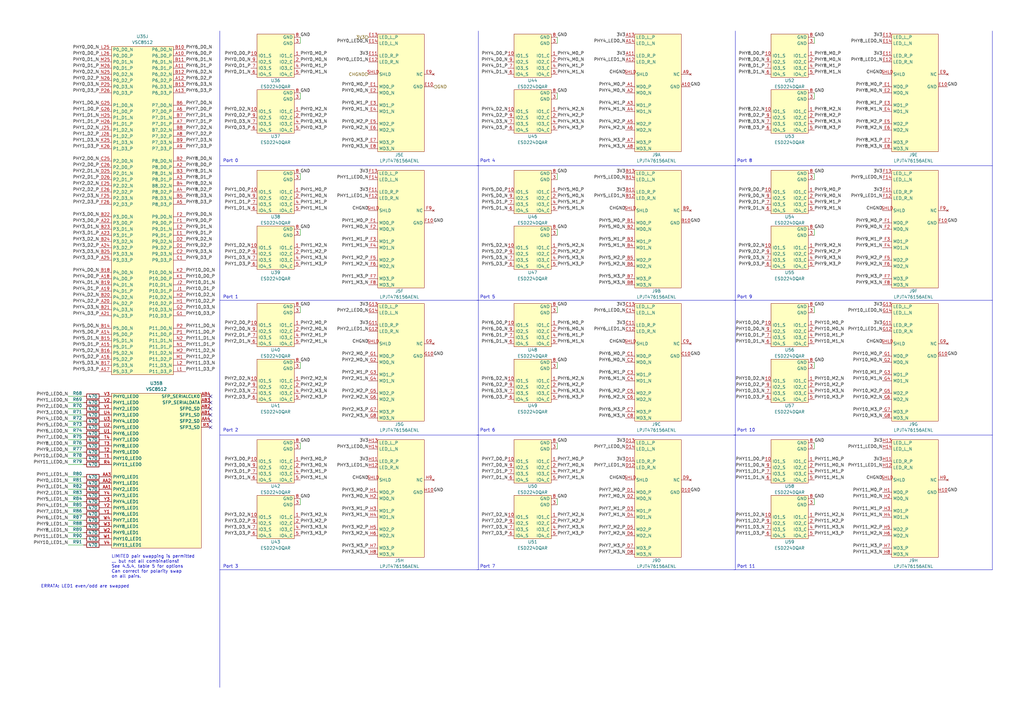
<source format=kicad_sch>
(kicad_sch (version 20231120) (generator "eeschema") (generator_version "8.0")
  (paper "A3")
  (title_block (title "LATENTRED Line Card") (date "2025-05-20") (rev "0.1b") (company "Antikernel Labs") (comment 1 "Andrew D. Zonenberg"))
  (no_connect (at 86.36 175.26))
  (no_connect (at 86.36 172.72))
  (no_connect (at 86.36 165.1))
  (no_connect (at 86.36 170.18))
  (no_connect (at 86.36 162.56))
  (no_connect (at 86.36 167.64))
  (wire (pts (xy 27.94 215.9) (xy 34.29 215.9)))
  (wire (pts (xy 123.19 204.47) (xy 123.19 207.01)))
  (polyline (pts (xy 407.035 67.945) (xy 407.035 123.19)))
  (polyline (pts (xy 196.215 233.68) (xy 90.17 233.68)))
  (wire (pts (xy 27.94 180.34) (xy 34.29 180.34)))
  (polyline (pts (xy 196.215 123.19) (xy 196.215 178.435)))
  (wire (pts (xy 27.94 198.12) (xy 34.29 198.12)))
  (polyline (pts (xy 196.215 178.435) (xy 90.17 178.435)))
  (wire (pts (xy 27.94 182.88) (xy 34.29 182.88)))
  (wire (pts (xy 27.94 210.82) (xy 34.29 210.82)))
  (wire (pts (xy 228.6 71.12) (xy 228.6 73.66)))
  (wire (pts (xy 334.01 93.98) (xy 334.01 96.52)))
  (wire (pts (xy 27.94 200.66) (xy 34.29 200.66)))
  (wire (pts (xy 123.19 148.59) (xy 123.19 151.13)))
  (wire (pts (xy 27.94 190.5) (xy 34.29 190.5)))
  (wire (pts (xy 27.94 167.64) (xy 34.29 167.64)))
  (wire (pts (xy 228.6 125.73) (xy 228.6 128.27)))
  (polyline (pts (xy 407.035 233.68) (xy 300.99 233.68)))
  (polyline (pts (xy 301.625 178.435) (xy 301.625 233.68)))
  (wire (pts (xy 27.94 175.26) (xy 34.29 175.26)))
  (wire (pts (xy 27.94 205.74) (xy 34.29 205.74)))
  (polyline (pts (xy 301.625 123.19) (xy 195.58 123.19)))
  (polyline (pts (xy 301.625 178.435) (xy 195.58 178.435)))
  (wire (pts (xy 27.94 185.42) (xy 34.29 185.42)))
  (wire (pts (xy 334.01 71.12) (xy 334.01 73.66)))
  (polyline (pts (xy 407.035 123.19) (xy 300.99 123.19)))
  (wire (pts (xy 228.6 38.1) (xy 228.6 40.64)))
  (wire (pts (xy 123.19 181.61) (xy 123.19 184.15)))
  (wire (pts (xy 27.94 172.72) (xy 34.29 172.72)))
  (wire (pts (xy 27.94 223.52) (xy 34.29 223.52)))
  (polyline (pts (xy 407.035 67.945) (xy 300.99 67.945)))
  (polyline (pts (xy 301.625 233.68) (xy 195.58 233.68)))
  (wire (pts (xy 27.94 218.44) (xy 34.29 218.44)))
  (wire (pts (xy 334.01 125.73) (xy 334.01 128.27)))
  (wire (pts (xy 228.6 148.59) (xy 228.6 151.13)))
  (wire (pts (xy 27.94 170.18) (xy 34.29 170.18)))
  (wire (pts (xy 123.19 71.12) (xy 123.19 73.66)))
  (wire (pts (xy 123.19 93.98) (xy 123.19 96.52)))
  (polyline (pts (xy 196.215 12.7) (xy 196.215 67.945)))
  (polyline (pts (xy 407.035 178.435) (xy 300.99 178.435)))
  (polyline (pts (xy 407.035 178.435) (xy 407.035 233.68)))
  (polyline (pts (xy 196.215 123.19) (xy 90.17 123.19)))
  (wire (pts (xy 123.19 15.24) (xy 123.19 17.78)))
  (wire (pts (xy 123.19 38.1) (xy 123.19 40.64)))
  (polyline (pts (xy 196.215 67.945) (xy 196.215 123.19)))
  (polyline (pts (xy 301.625 67.945) (xy 195.58 67.945)))
  (wire (pts (xy 334.01 148.59) (xy 334.01 151.13)))
  (wire (pts (xy 27.94 220.98) (xy 34.29 220.98)))
  (wire (pts (xy 27.94 162.56) (xy 34.29 162.56)))
  (polyline (pts (xy 196.215 178.435) (xy 196.215 233.68)))
  (polyline (pts (xy 301.625 67.945) (xy 301.625 123.19)))
  (wire (pts (xy 27.94 203.2) (xy 34.29 203.2)))
  (wire (pts (xy 228.6 93.98) (xy 228.6 96.52)))
  (polyline (pts (xy 196.215 67.945) (xy 90.17 67.945)))
  (wire (pts (xy 27.94 165.1) (xy 34.29 165.1)))
  (wire (pts (xy 27.94 187.96) (xy 34.29 187.96)))
  (wire (pts (xy 334.01 15.24) (xy 334.01 17.78)))
  (wire (pts (xy 27.94 195.58) (xy 34.29 195.58)))
  (wire (pts (xy 228.6 204.47) (xy 228.6 207.01)))
  (wire (pts (xy 228.6 181.61) (xy 228.6 184.15)))
  (wire (pts (xy 27.94 177.8) (xy 34.29 177.8)))
  (polyline (pts (xy 301.625 12.7) (xy 301.625 67.945)))
  (polyline (pts (xy 407.035 123.19) (xy 407.035 178.435)))
  (polyline (pts (xy 90.17 12.7) (xy 90.17 281.94)))
  (polyline (pts (xy 407.035 12.7) (xy 407.035 67.945)))
  (polyline (pts (xy 301.625 123.19) (xy 301.625 178.435)))
  (wire (pts (xy 334.01 204.47) (xy 334.01 207.01)))
  (wire (pts (xy 27.94 213.36) (xy 34.29 213.36)))
  (wire (pts (xy 334.01 38.1) (xy 334.01 40.64)))
  (wire (pts (xy 123.19 125.73) (xy 123.19 128.27)))
  (wire (pts (xy 27.94 208.28) (xy 34.29 208.28)))
  (wire (pts (xy 334.01 181.61) (xy 334.01 184.15)))
  (wire (pts (xy 228.6 15.24) (xy 228.6 17.78)))
  (text "Port 1" (at 91.44 121.92 0) (effects (font (size 1.27 1.27)) (justify left)))
  (text "LIMITED pair swapping is permitted\n... but not all combinations!\nSee 4.5.4, table 5 for options\nCan correct for polarity swap\non all pairs." (at 45.72 232.41 0) (effects (font (size 1.27 1.27)) (justify left)))
  (text "Port 6" (at 196.85 176.53 0) (effects (font (size 1.27 1.27)) (justify left)))
  (text "Port 0" (at 91.44 66.04 0) (effects (font (size 1.27 1.27)) (justify left)))
  (text "Port 8" (at 302.26 66.04 0) (effects (font (size 1.27 1.27)) (justify left)))
  (text "Port 4" (at 196.85 66.04 0) (effects (font (size 1.27 1.27)) (justify left)))
  (text "Port 10" (at 302.26 176.53 0) (effects (font (size 1.27 1.27)) (justify left)))
  (text "Port 11" (at 302.26 232.41 0) (effects (font (size 1.27 1.27)) (justify left)))
  (text "Port 9" (at 302.26 121.92 0) (effects (font (size 1.27 1.27)) (justify left)))
  (text "ERRATA: LED1 even/odd are swapped" (at 16.764 240.538 0) (effects (font (size 1.27 1.27)) (justify left)))
  (text "Port 2" (at 91.44 176.53 0) (effects (font (size 1.27 1.27)) (justify left)))
  (text "Port 3" (at 91.44 232.41 0) (effects (font (size 1.27 1.27)) (justify left)))
  (text "Port 5" (at 196.85 121.92 0) (effects (font (size 1.27 1.27)) (justify left)))
  (text "Port 7" (at 196.85 232.41 0) (effects (font (size 1.27 1.27)) (justify left)))
  (label "PHY11_M1_P" (at 334.01 194.31 0))
  (label "PHY5_M2_P" (at 256.54 106.68 180))
  (label "PHY7_M0_N" (at 256.54 204.47 180))
  (label "PHY9_M1_N" (at 361.95 101.6 180))
  (label "PHY10_M3_N" (at 334.01 161.29 0))
  (label "3V3" (at 256.54 133.35 180))
  (label "PHY5_M2_N" (at 256.54 109.22 180))
  (label "PHY10_D2_P" (at 76.2 124.46 0))
  (label "PHY3_LED1_N" (at 151.13 191.77 180))
  (label "PHY7_M3_N" (at 256.54 227.33 180))
  (label "PHY6_M3_P" (at 228.6 163.83 0))
  (label "PHY7_D3_P" (at 208.28 219.71 180))
  (label "PHY2_M3_P" (at 123.19 163.83 0))
  (label "GND" (at 228.6 148.59 0))
  (label "3V3" (at 361.95 181.61 180))
  (label "PHY2_M1_P" (at 151.13 153.67 180))
  (label "PHY8_M3_P" (at 334.01 53.34 0))
  (label "PHY4_M0_N" (at 256.54 38.1 180))
  (label "GND" (at 388.62 146.05 0))
  (label "PHY6_M1_P" (at 228.6 138.43 0))
  (label "GND" (at 177.8 91.44 0))
  (label "PHY3_D0_P" (at 102.87 189.23 180))
  (label "3V3" (at 151.13 125.73 180))
  (label "PHY4_D1_P" (at 208.28 27.94 180))
  (label "PHY3_D3_P" (at 102.87 219.71 180))
  (label "PHY0_M1_N" (at 123.19 30.48 0))
  (label "PHY3_D0_N" (at 102.87 191.77 180))
  (label "PHY4_D3_P" (at 40.64 129.54 180))
  (label "PHY7_D2_N" (at 208.28 212.09 180))
  (label "PHY8_D1_P" (at 313.69 27.94 180))
  (label "PHY4_D2_N" (at 208.28 45.72 180))
  (label "PHY9_LED1_N" (at 27.94 215.9 180))
  (label "PHY6_D3_P" (at 76.2 38.1 0))
  (label "PHY9_D2_N" (at 313.69 101.6 180))
  (label "3V3" (at 151.13 78.74 180))
  (label "PHY8_LED0_N" (at 27.94 182.88 180))
  (label "PHY8_D1_N" (at 313.69 30.48 180))
  (label "3V3" (at 256.54 189.23 180))
  (label "PHY2_D3_N" (at 40.64 81.28 180))
  (label "PHY11_LED1_N" (at 27.94 220.98 180))
  (label "PHY0_M0_N" (at 151.13 38.1 180))
  (label "PHY9_M0_N" (at 334.01 81.28 0))
  (label "3V3" (at 361.95 15.24 180))
  (label "PHY9_D3_N" (at 313.69 106.68 180))
  (label "PHY2_M2_N" (at 123.19 156.21 0))
  (label "PHY8_D1_N" (at 76.2 71.12 0))
  (label "PHY6_M2_N" (at 228.6 156.21 0))
  (label "PHY11_D0_N" (at 76.2 134.62 0))
  (label "PHY0_M3_N" (at 123.19 50.8 0))
  (label "PHY5_D2_P" (at 208.28 104.14 180))
  (label "PHY9_M1_P" (at 361.95 99.06 180))
  (label "PHY7_D0_N" (at 208.28 191.77 180))
  (label "PHY4_LED1_N" (at 27.94 208.28 180))
  (label "PHY5_D3_N" (at 40.64 149.86 180))
  (label "PHY7_LED1_N" (at 27.94 210.82 180))
  (label "PHY0_M3_P" (at 151.13 58.42 180))
  (label "PHY7_D0_P" (at 208.28 189.23 180))
  (label "PHY7_D0_P" (at 76.2 45.72 0))
  (label "PHY6_M3_N" (at 256.54 171.45 180))
  (label "PHY5_LED0_N" (at 27.94 175.26 180))
  (label "PHY6_M0_N" (at 256.54 148.59 180))
  (label "PHY0_D1_N" (at 40.64 25.4 180))
  (label "PHY0_M1_P" (at 123.19 27.94 0))
  (label "PHY11_M3_N" (at 334.01 217.17 0))
  (label "PHY6_LED1_N" (at 256.54 135.89 180))
  (label "PHY2_M0_N" (at 123.19 135.89 0))
  (label "GND" (at 177.8 201.93 0))
  (label "PHY7_D2_P" (at 76.2 55.88 0))
  (label "PHY1_D3_N" (at 40.64 58.42 180))
  (label "PHY6_D2_P" (at 76.2 33.02 0))
  (label "PHY7_M1_N" (at 256.54 212.09 180))
  (label "PHY9_D0_N" (at 313.69 81.28 180))
  (label "PHY8_M3_N" (at 334.01 50.8 0))
  (label "PHY4_M1_N" (at 228.6 30.48 0))
  (label "PHY8_M3_P" (at 361.95 58.42 180))
  (label "PHY1_M3_N" (at 123.19 106.68 0))
  (label "PHY1_D1_N" (at 102.87 86.36 180))
  (label "PHY2_M2_P" (at 123.19 158.75 0))
  (label "PHY6_D2_P" (at 208.28 158.75 180))
  (label "PHY3_D1_P" (at 102.87 194.31 180))
  (label "CHGND" (at 256.54 196.85 180))
  (label "PHY0_M1_P" (at 151.13 43.18 180))
  (label "PHY7_D2_N" (at 76.2 53.34 0))
  (label "PHY10_D3_P" (at 313.69 163.83 180))
  (label "PHY9_LED0_N" (at 361.95 73.66 180))
  (label "PHY7_D3_N" (at 76.2 58.42 0))
  (label "PHY1_M2_N" (at 123.19 101.6 0))
  (label "CHGND" (at 256.54 140.97 180))
  (label "PHY8_M2_N" (at 334.01 45.72 0))
  (label "PHY4_M0_N" (at 228.6 25.4 0))
  (label "PHY5_M3_P" (at 228.6 109.22 0))
  (label "PHY1_M0_N" (at 123.19 81.28 0))
  (label "PHY3_M0_N" (at 151.13 204.47 180))
  (label "PHY3_M3_P" (at 151.13 224.79 180))
  (label "PHY5_M0_N" (at 228.6 81.28 0))
  (label "PHY4_M0_P" (at 228.6 22.86 0))
  (label "PHY10_LED1_N" (at 361.95 135.89 180))
  (label "PHY8_D2_P" (at 76.2 78.74 0))
  (label "PHY2_D2_P" (at 40.64 78.74 180))
  (label "PHY11_LED1_N" (at 361.95 191.77 180))
  (label "PHY10_D1_N" (at 76.2 116.84 0))
  (label "PHY5_D1_N" (at 40.64 139.7 180))
  (label "PHY8_M0_P" (at 334.01 22.86 0))
  (label "PHY8_M1_P" (at 361.95 43.18 180))
  (label "PHY8_M2_N" (at 361.95 53.34 180))
  (label "PHY0_D0_P" (at 40.64 22.86 180))
  (label "PHY11_D3_N" (at 76.2 149.86 0))
  (label "PHY2_M0_P" (at 151.13 146.05 180))
  (label "PHY9_D1_N" (at 313.69 86.36 180))
  (label "PHY8_M3_N" (at 361.95 60.96 180))
  (label "PHY9_D3_N" (at 76.2 104.14 0))
  (label "PHY5_D1_N" (at 208.28 86.36 180))
  (label "PHY1_D0_P" (at 40.64 45.72 180))
  (label "CHGND" (at 151.13 140.97 180))
  (label "PHY0_D1_P" (at 102.87 27.94 180))
  (label "PHY10_M1_P" (at 361.95 153.67 180))
  (label "PHY6_M3_P" (at 256.54 168.91 180))
  (label "PHY11_D2_P" (at 313.69 214.63 180))
  (label "PHY11_M0_N" (at 334.01 191.77 0))
  (label "PHY4_LED0_N" (at 256.54 17.78 180))
  (label "GND" (at 334.01 38.1 0))
  (label "PHY1_LED0_N" (at 151.13 73.66 180))
  (label "PHY5_D0_P" (at 208.28 78.74 180))
  (label "3V3" (at 361.95 133.35 180))
  (label "PHY4_D0_N" (at 208.28 25.4 180))
  (label "PHY0_M2_P" (at 123.19 48.26 0))
  (label "PHY7_D3_P" (at 76.2 60.96 0))
  (label "PHY4_D3_N" (at 40.64 127 180))
  (label "GND" (at 334.01 93.98 0))
  (label "PHY10_M0_P" (at 334.01 133.35 0))
  (label "PHY1_D3_N" (at 102.87 106.68 180))
  (label "PHY5_D0_P" (at 40.64 137.16 180))
  (label "PHY10_M2_P" (at 334.01 158.75 0))
  (label "PHY4_M3_P" (at 256.54 58.42 180))
  (label "PHY2_D0_P" (at 40.64 68.58 180))
  (label "PHY2_D0_N" (at 102.87 135.89 180))
  (label "PHY9_D0_P" (at 76.2 91.44 0))
  (label "PHY5_D1_P" (at 208.28 83.82 180))
  (label "PHY11_D3_N" (at 313.69 217.17 180))
  (label "PHY11_D0_P" (at 76.2 137.16 0))
  (label "PHY8_M1_N" (at 361.95 45.72 180))
  (label "PHY4_D3_N" (at 208.28 50.8 180))
  (label "PHY5_D3_P" (at 208.28 109.22 180))
  (label "PHY0_M3_P" (at 123.19 53.34 0))
  (label "3V3" (at 361.95 22.86 180))
  (label "PHY7_D1_N" (at 76.2 48.26 0))
  (label "PHY3_LED0_N" (at 27.94 170.18 180))
  (label "PHY7_M3_P" (at 228.6 219.71 0))
  (label "PHY11_M3_N" (at 361.95 227.33 180))
  (label "PHY7_M1_P" (at 256.54 209.55 180))
  (label "PHY7_D2_P" (at 208.28 214.63 180))
  (label "PHY11_D1_P" (at 313.69 194.31 180))
  (label "PHY6_D0_N" (at 76.2 20.32 0))
  (label "PHY5_M3_P" (at 256.54 114.3 180))
  (label "3V3" (at 151.13 189.23 180))
  (label "PHY0_LED0_N" (at 151.13 17.78 180))
  (label "PHY0_D2_P" (at 102.87 48.26 180))
  (label "PHY11_M1_N" (at 334.01 196.85 0))
  (label "GND" (at 123.19 204.47 0))
  (label "PHY2_D2_N" (at 102.87 156.21 180))
  (label "PHY9_D1_P" (at 313.69 83.82 180))
  (label "PHY3_LED1_N" (at 27.94 200.66 180))
  (label "PHY4_M3_N" (at 256.54 60.96 180))
  (label "PHY9_M2_N" (at 334.01 101.6 0))
  (label "PHY6_LED0_N" (at 27.94 177.8 180))
  (label "PHY3_D1_N" (at 40.64 93.98 180))
  (label "PHY0_D0_N" (at 40.64 20.32 180))
  (label "PHY2_D1_N" (at 102.87 140.97 180))
  (label "PHY1_D1_N" (at 40.64 48.26 180))
  (label "PHY6_D1_P" (at 208.28 138.43 180))
  (label "PHY11_M3_P" (at 361.95 224.79 180))
  (label "PHY9_M0_P" (at 334.01 78.74 0))
  (label "PHY6_LED1_N" (at 27.94 213.36 180))
  (label "PHY3_M1_N" (at 123.19 196.85 0))
  (label "PHY1_D0_N" (at 40.64 43.18 180))
  (label "CHGND" (at 361.95 30.48 180))
  (label "PHY4_D1_P" (at 40.64 119.38 180))
  (label "PHY1_M2_P" (at 123.19 104.14 0))
  (label "GND" (at 228.6 181.61 0))
  (label "PHY10_D1_P" (at 313.69 138.43 180))
  (label "CHGND" (at 151.13 196.85 180))
  (label "PHY8_M1_N" (at 334.01 30.48 0))
  (label "PHY1_M1_N" (at 123.19 86.36 0))
  (label "PHY3_M2_P" (at 151.13 217.17 180))
  (label "3V3" (at 151.13 181.61 180))
  (label "PHY9_D2_N" (at 76.2 99.06 0))
  (label "PHY8_M2_P" (at 361.95 50.8 180))
  (label "PHY2_D1_N" (at 40.64 71.12 180))
  (label "PHY4_M3_P" (at 228.6 53.34 0))
  (label "PHY6_M2_P" (at 256.54 161.29 180))
  (label "PHY9_M3_N" (at 361.95 116.84 180))
  (label "PHY3_D0_N" (at 40.64 88.9 180))
  (label "PHY11_M2_P" (at 334.01 214.63 0))
  (label "PHY11_M0_P" (at 361.95 201.93 180))
  (label "PHY8_D0_P" (at 313.69 22.86 180))
  (label "PHY1_LED1_N" (at 27.94 195.58 180))
  (label "PHY6_M2_P" (at 228.6 158.75 0))
  (label "PHY1_D2_P" (at 102.87 104.14 180))
  (label "PHY5_D2_N" (at 208.28 101.6 180))
  (label "PHY1_D2_P" (at 40.64 55.88 180))
  (label "PHY6_M0_P" (at 228.6 133.35 0))
  (label "PHY7_D1_P" (at 76.2 50.8 0))
  (label "3V3" (at 256.54 22.86 180))
  (label "PHY9_M2_N" (at 361.95 109.22 180))
  (label "PHY2_D3_N" (at 102.87 161.29 180))
  (label "PHY9_M0_N" (at 361.95 93.98 180))
  (label "PHY4_LED0_N" (at 27.94 172.72 180))
  (label "PHY1_D3_P" (at 40.64 60.96 180))
  (label "PHY1_M3_P" (at 123.19 109.22 0))
  (label "PHY2_D3_P" (at 102.87 163.83 180))
  (label "PHY3_M3_N" (at 151.13 227.33 180))
  (label "PHY6_D2_N" (at 76.2 30.48 0))
  (label "GND" (at 334.01 15.24 0))
  (label "PHY11_D1_N" (at 313.69 196.85 180))
  (label "GND" (at 228.6 204.47 0))
  (label "PHY5_M3_N" (at 256.54 116.84 180))
  (label "PHY5_LED1_N" (at 256.54 81.28 180))
  (label "PHY6_M3_N" (at 228.6 161.29 0))
  (label "PHY7_M2_P" (at 228.6 214.63 0))
  (label "PHY8_LED1_N" (at 27.94 218.44 180))
  (label "PHY11_M2_P" (at 361.95 217.17 180))
  (label "PHY4_D2_P" (at 208.28 48.26 180))
  (label "PHY2_D1_P" (at 102.87 138.43 180))
  (label "PHY7_LED0_N" (at 27.94 180.34 180))
  (label "PHY8_D3_P" (at 313.69 53.34 180))
  (label "PHY0_D3_P" (at 102.87 53.34 180))
  (label "PHY10_M0_N" (at 334.01 135.89 0))
  (label "PHY7_M1_N" (at 228.6 196.85 0))
  (label "PHY2_M3_P" (at 151.13 168.91 180))
  (label "PHY1_LED1_N" (at 151.13 81.28 180))
  (label "PHY4_D1_N" (at 208.28 30.48 180))
  (label "PHY0_LED1_N" (at 27.94 198.12 180))
  (label "GND" (at 388.62 201.93 0))
  (label "PHY0_D3_N" (at 102.87 50.8 180))
  (label "3V3" (at 361.95 189.23 180))
  (label "GND" (at 123.19 181.61 0))
  (label "PHY11_D2_P" (at 76.2 147.32 0))
  (label "PHY9_D0_P" (at 313.69 78.74 180))
  (label "PHY4_D0_P" (at 40.64 114.3 180))
  (label "PHY8_LED1_N" (at 361.95 25.4 180))
  (label "3V3" (at 256.54 15.24 180))
  (label "PHY3_M2_N" (at 123.19 212.09 0))
  (label "PHY9_M0_P" (at 361.95 91.44 180))
  (label "PHY2_M3_N" (at 123.19 161.29 0))
  (label "PHY9_M3_P" (at 334.01 109.22 0))
  (label "PHY1_D2_N" (at 102.87 101.6 180))
  (label "GND" (at 123.19 71.12 0))
  (label "PHY2_M0_N" (at 151.13 148.59 180))
  (label "GND" (at 334.01 71.12 0))
  (label "PHY8_D2_N" (at 76.2 76.2 0))
  (label "PHY2_D1_P" (at 40.64 73.66 180))
  (label "PHY8_M0_N" (at 361.95 38.1 180))
  (label "PHY11_M2_N" (at 334.01 212.09 0))
  (label "PHY5_M1_N" (at 256.54 101.6 180))
  (label "PHY4_M2_N" (at 228.6 45.72 0))
  (label "PHY6_M0_N" (at 228.6 135.89 0))
  (label "GND" (at 177.8 146.05 0))
  (label "PHY2_D0_N" (at 40.64 66.04 180))
  (label "PHY2_M1_N" (at 151.13 156.21 180))
  (label "PHY5_LED1_N" (at 27.94 205.74 180))
  (label "PHY9_M2_P" (at 361.95 106.68 180))
  (label "PHY11_LED0_N" (at 27.94 190.5 180))
  (label "GND" (at 388.62 91.44 0))
  (label "PHY7_M2_N" (at 228.6 212.09 0))
  (label "PHY10_M2_N" (at 334.01 156.21 0))
  (label "PHY9_M3_N" (at 334.01 106.68 0))
  (label "PHY7_M0_P" (at 228.6 189.23 0))
  (label "PHY1_M1_P" (at 151.13 99.06 180))
  (label "PHY8_M0_P" (at 361.95 35.56 180))
  (label "PHY0_D3_P" (at 40.64 38.1 180))
  (label "PHY11_D1_P" (at 76.2 142.24 0))
  (label "3V3" (at 361.95 71.12 180))
  (label "PHY11_D3_P" (at 313.69 219.71 180))
  (label "PHY6_D3_P" (at 208.28 163.83 180))
  (label "PHY1_LED0_N" (at 27.94 165.1 180))
  (label "GND" (at 228.6 71.12 0))
  (label "PHY3_D0_P" (at 40.64 91.44 180))
  (label "PHY8_D3_N" (at 313.69 50.8 180))
  (label "PHY6_LED0_N" (at 256.54 128.27 180))
  (label "PHY5_M0_N" (at 256.54 93.98 180))
  (label "PHY1_M2_N" (at 151.13 109.22 180))
  (label "PHY3_M1_P" (at 123.19 194.31 0))
  (label "PHY0_M1_N" (at 151.13 45.72 180))
  (label "PHY5_D2_P" (at 40.64 147.32 180))
  (label "PHY0_M2_N" (at 123.19 45.72 0))
  (label "PHY9_D3_P" (at 76.2 106.68 0))
  (label "PHY10_M0_N" (at 361.95 148.59 180))
  (label "PHY11_D0_P" (at 313.69 189.23 180))
  (label "PHY10_D0_P" (at 76.2 114.3 0))
  (label "3V3" (at 256.54 181.61 180))
  (label "PHY7_LED0_N" (at 256.54 184.15 180))
  (label "PHY2_M3_N" (at 151.13 171.45 180))
  (label "PHY3_D2_N" (at 102.87 212.09 180))
  (label "PHY8_LED0_N" (at 361.95 17.78 180))
  (label "3V3" (at 256.54 78.74 180))
  (label "PHY6_M1_N" (at 228.6 140.97 0))
  (label "PHY4_D2_N" (at 40.64 121.92 180))
  (label "PHY10_LED1_N" (at 27.94 223.52 180))
  (label "PHY9_LED1_N" (at 361.95 81.28 180))
  (label "PHY3_D3_N" (at 102.87 217.17 180))
  (label "PHY8_D0_N" (at 76.2 66.04 0))
  (label "PHY2_D0_P" (at 102.87 133.35 180))
  (label "PHY0_M2_P" (at 151.13 50.8 180))
  (label "GND" (at 228.6 38.1 0))
  (label "3V3" (at 361.95 78.74 180))
  (label "PHY0_D1_P" (at 40.64 27.94 180))
  (label "PHY7_M3_P" (at 256.54 224.79 180))
  (label "PHY4_D0_N" (at 40.64 111.76 180))
  (label "PHY9_D1_P" (at 76.2 96.52 0))
  (label "PHY7_M1_P" (at 228.6 194.31 0))
  (label "PHY8_M2_P" (at 334.01 48.26 0))
  (label "PHY3_M0_P" (at 123.19 189.23 0))
  (label "PHY2_D2_N" (at 40.64 76.2 180))
  (label "PHY6_D2_N" (at 208.28 156.21 180))
  (label "PHY2_LED0_N" (at 151.13 128.27 180))
  (label "PHY7_M3_N" (at 228.6 217.17 0))
  (label "PHY11_D0_N" (at 313.69 191.77 180))
  (label "PHY10_M3_P" (at 334.01 163.83 0))
  (label "CHGND" (at 361.95 140.97 180))
  (label "PHY11_M0_N" (at 361.95 204.47 180))
  (label "PHY9_D2_P" (at 76.2 101.6 0))
  (label "PHY9_M1_N" (at 334.01 86.36 0))
  (label "3V3" (at 256.54 125.73 180))
  (label "PHY0_D2_N" (at 102.87 45.72 180))
  (label "PHY2_M2_P" (at 151.13 161.29 180))
  (label "PHY3_D3_P" (at 40.64 106.68 180))
  (label "PHY10_M2_P" (at 361.95 161.29 180))
  (label "GND" (at 123.19 148.59 0))
  (label "PHY3_M3_N" (at 123.19 217.17 0))
  (label "PHY6_D3_N" (at 208.28 161.29 180))
  (label "GND" (at 334.01 148.59 0))
  (label "PHY4_D3_P" (at 208.28 53.34 180))
  (label "PHY1_M0_P" (at 123.19 78.74 0))
  (label "PHY4_M1_P" (at 228.6 27.94 0))
  (label "PHY4_D2_P" (at 40.64 124.46 180))
  (label "PHY8_D2_P" (at 313.69 48.26 180))
  (label "PHY11_M3_P" (at 334.01 219.71 0))
  (label "PHY6_D1_N" (at 76.2 25.4 0))
  (label "CHGND" (at 256.54 30.48 180))
  (label "GND" (at 283.21 146.05 0))
  (label "PHY8_M1_P" (at 334.01 27.94 0))
  (label "PHY6_D0_N" (at 208.28 135.89 180))
  (label "PHY5_D0_N" (at 208.28 81.28 180))
  (label "PHY9_LED0_N" (at 27.94 185.42 180))
  (label "PHY10_D1_N" (at 313.69 140.97 180))
  (label "PHY0_M0_P" (at 123.19 22.86 0))
  (label "PHY3_M1_N" (at 151.13 212.09 180))
  (label "PHY11_M1_N" (at 361.95 212.09 180))
  (label "GND" (at 334.01 125.73 0))
  (label "PHY2_M1_P" (at 123.19 138.43 0))
  (label "GND" (at 123.19 93.98 0))
  (label "PHY0_M2_N" (at 151.13 53.34 180))
  (label "PHY10_D1_P" (at 76.2 119.38 0))
  (label "GND" (at 228.6 93.98 0))
  (label "PHY8_D2_N" (at 313.69 45.72 180))
  (label "PHY3_D2_P" (at 102.87 214.63 180))
  (label "PHY1_D0_N" (at 102.87 81.28 180))
  (label "PHY2_M0_P" (at 123.19 133.35 0))
  (label "PHY6_D1_P" (at 76.2 27.94 0))
  (label "PHY6_D0_P" (at 208.28 133.35 180))
  (label "PHY10_M3_P" (at 361.95 168.91 180))
  (label "PHY10_D0_N" (at 76.2 111.76 0))
  (label "GND" (at 388.62 35.56 0))
  (label "PHY6_M0_P" (at 256.54 146.05 180))
  (label "PHY2_M2_N" (at 151.13 163.83 180))
  (label "PHY11_D3_P" (at 76.2 152.4 0))
  (label "PHY4_M0_P" (at 256.54 35.56 180))
  (label "PHY7_D0_N" (at 76.2 43.18 0))
  (label "PHY5_D3_P" (at 40.64 152.4 180))
  (label "PHY9_M2_P" (at 334.01 104.14 0))
  (label "PHY7_D1_N" (at 208.28 196.85 180))
  (label "PHY8_D3_N" (at 76.2 81.28 0))
  (label "PHY5_M2_P" (at 228.6 104.14 0))
  (label "PHY10_M1_N" (at 361.95 156.21 180))
  (label "PHY1_D1_P" (at 102.87 83.82 180))
  (label "GND" (at 334.01 181.61 0))
  (label "PHY5_M3_N" (at 228.6 106.68 0))
  (label "PHY5_M1_N" (at 228.6 86.36 0))
  (label "PHY3_M3_P" (at 123.19 219.71 0))
  (label "3V3" (at 151.13 133.35 180))
  (label "CHGND" (at 361.95 86.36 180))
  (label "PHY3_D2_N" (at 40.64 99.06 180))
  (label "PHY0_D1_N" (at 102.87 30.48 180))
  (label "PHY5_M1_P" (at 256.54 99.06 180))
  (label "PHY5_M1_P" (at 228.6 83.82 0))
  (label "PHY5_LED0_N" (at 256.54 73.66 180))
  (label "PHY8_D0_N" (at 313.69 25.4 180))
  (label "PHY0_LED1_N" (at 151.13 25.4 180))
  (label "PHY11_LED0_N" (at 361.95 184.15 180))
  (label "PHY1_M0_P" (at 151.13 91.44 180))
  (label "PHY1_M2_P" (at 151.13 106.68 180))
  (label "PHY8_M0_N" (at 334.01 25.4 0))
  (label "3V3" (at 361.95 125.73 180))
  (label "CHGND" (at 256.54 86.36 180))
  (label "PHY3_D1_P" (at 40.64 96.52 180))
  (label "PHY3_M2_P" (at 123.19 214.63 0))
  (label "PHY8_D1_P" (at 76.2 73.66 0))
  (label "PHY7_M2_P" (at 256.54 217.17 180))
  (label "CHGND" (at 361.95 196.85 180))
  (label "PHY2_M1_N" (at 123.19 140.97 0))
  (label "PHY0_D0_P" (at 102.87 22.86 180))
  (label "PHY10_M1_P" (at 334.01 138.43 0))
  (label "PHY5_D3_N" (at 208.28 106.68 180))
  (label "PHY5_M0_P" (at 228.6 78.74 0))
  (label "PHY4_M3_N" (at 228.6 50.8 0))
  (label "PHY4_M1_P" (at 256.54 43.18 180))
  (label "PHY10_D2_N" (at 313.69 156.21 180))
  (label "PHY5_D2_N" (at 40.64 144.78 180))
  (label "PHY3_M0_N" (at 123.19 191.77 0))
  (label "PHY2_LED1_N" (at 27.94 203.2 180))
  (label "PHY9_D0_N" (at 76.2 88.9 0))
  (label "PHY4_M2_P" (at 228.6 48.26 0))
  (label "PHY1_M0_N" (at 151.13 93.98 180))
  (label "PHY10_M1_N" (at 334.01 140.97 0))
  (label "PHY6_D3_N" (at 76.2 35.56 0))
  (label "PHY0_M0_P" (at 151.13 35.56 180))
  (label "3V3" (at 151.13 22.86 180))
  (label "PHY1_M1_N" (at 151.13 101.6 180))
  (label "PHY0_M3_N" (at 151.13 60.96 180))
  (label "PHY11_D2_N" (at 76.2 144.78 0))
  (label "PHY5_D1_P" (at 40.64 142.24 180))
  (label "PHY3_D2_P" (at 40.64 101.6 180))
  (label "PHY0_D0_N" (at 102.87 25.4 180))
  (label "PHY9_D3_P" (at 313.69 109.22 180))
  (label "3V3" (at 256.54 71.12 180))
  (label "PHY4_M2_P" (at 256.54 50.8 180))
  (label "PHY6_M1_P" (at 256.54 153.67 180))
  (label "PHY10_M2_N" (at 361.95 163.83 180))
  (label "PHY10_LED0_N" (at 361.95 128.27 180))
  (label "PHY0_D3_N" (at 40.64 35.56 180))
  (label "PHY1_M3_N" (at 151.13 116.84 180))
  (label "PHY3_D3_N" (at 40.64 104.14 180))
  (label "PHY3_M1_P" (at 151.13 209.55 180))
  (label "PHY4_D1_N" (at 40.64 116.84 180))
  (label "PHY2_LED0_N" (at 27.94 167.64 180))
  (label "PHY5_M2_N" (at 228.6 101.6 0))
  (label "PHY6_D1_N" (at 208.28 140.97 180))
  (label "PHY10_LED0_N" (at 27.94 187.96 180))
  (label "PHY0_LED0_N" (at 27.94 162.56 180))
  (label "PHY7_D1_P" (at 208.28 194.31 180))
  (label "3V3" (at 151.13 71.12 180))
  (label "PHY9_D1_N" (at 76.2 93.98 0))
  (label "GND" (at 123.19 38.1 0))
  (label "PHY4_M2_N" (at 256.54 53.34 180))
  (label "PHY7_M0_N" (at 228.6 191.77 0))
  (label "GND" (at 283.21 91.44 0))
  (label "PHY2_D2_P" (at 102.87 158.75 180))
  (label "CHGND" (at 151.13 86.36 180))
  (label "PHY7_M0_P" (at 256.54 201.93 180))
  (label "PHY4_D0_P" (at 208.28 22.86 180))
  (label "PHY10_M3_N" (at 361.95 171.45 180))
  (label "GND" (at 123.19 125.73 0))
  (label "PHY10_D0_P" (at 313.69 133.35 180))
  (label "PHY0_D2_P" (at 40.64 33.02 180))
  (label "PHY4_M1_N" (at 256.54 45.72 180))
  (label "PHY9_M1_P" (at 334.01 83.82 0))
  (label "PHY10_D2_N" (at 76.2 121.92 0))
  (label "GND" (at 334.01 204.47 0))
  (label "GND" (at 283.21 201.93 0))
  (label "PHY9_M3_P" (at 361.95 114.3 180))
  (label "GND" (at 283.21 35.56 0))
  (label "PHY11_D2_N" (at 313.69 212.09 180))
  (label "PHY1_D0_P" (at 102.87 78.74 180))
  (label "PHY10_D2_P" (at 313.69 158.75 180))
  (label "PHY0_D2_N" (at 40.64 30.48 180))
  (label "PHY11_M1_P" (at 361.95 209.55 180))
  (label "PHY7_LED1_N" (at 256.54 191.77 180))
  (label "GND" (at 228.6 15.24 0))
  (label "PHY10_D3_P" (at 76.2 129.54 0))
  (label "PHY1_D3_P" (at 102.87 109.22 180))
  (label "PHY6_D0_P" (at 76.2 22.86 0))
  (label "PHY3_M0_P" (at 151.13 201.93 180))
  (label "GND" (at 228.6 125.73 0))
  (label "PHY10_M0_P" (at 361.95 146.05 180))
  (label "PHY1_D2_N" (at 40.64 53.34 180))
  (label "PHY3_D1_N" (at 102.87 196.85 180))
  (label "PHY6_M2_N" (at 256.54 163.83 180))
  (label "PHY1_D1_P" (at 40.64 50.8 180))
  (label "PHY7_M2_N" (at 256.54 219.71 180))
  (label "PHY0_M0_N" (at 123.19 25.4 0))
  (label "PHY6_M1_N" (at 256.54 156.21 180))
  (label "PHY11_D1_N" (at 76.2 139.7 0))
  (label "PHY5_D0_N" (at 40.64 134.62 180))
  (label "PHY2_D3_P" (at 40.64 83.82 180))
  (label "PHY4_LED1_N" (at 256.54 25.4 180))
  (label "PHY11_M2_N" (at 361.95 219.71 180))
  (label "PHY10_D3_N" (at 76.2 127 0))
  (label "PHY8_D3_P" (at 76.2 83.82 0))
  (label "GND" (at 123.19 15.24 0))
  (label "PHY3_M2_N" (at 151.13 219.71 180))
  (label "PHY1_M1_P" (at 123.19 83.82 0))
  (label "PHY2_LED1_N" (at 151.13 135.89 180))
  (label "PHY7_D3_N" (at 208.28 217.17 180))
  (label "PHY10_D0_N" (at 313.69 135.89 180))
  (label "PHY11_M0_P" (at 334.01 189.23 0))
  (label "PHY9_D2_P" (at 313.69 104.14 180))
  (label "PHY3_LED0_N" (at 151.13 184.15 180))
  (label "PHY10_D3_N" (at 313.69 161.29 180))
  (label "PHY5_M0_P" (at 256.54 91.44 180))
  (label "PHY8_D0_P" (at 76.2 68.58 0))
  (label "PHY1_M3_P" (at 151.13 114.3 180))
  (hierarchical_label "CHGND" (shape input) (at 151.13 30.48 180))
  (hierarchical_label "3V3" (shape input) (at 151.13 15.24 180))
  (hierarchical_label "GND" (shape input) (at 177.8 35.56 0))
  (symbol (lib_id "device:R") (at 38.1 170.18 90) (unit 1)
    (property "Reference" "R71" (at 31.75 168.91 90))
    (property "Value" "470" (at 38.1 170.18 90))
    (property "Footprint" "azonenberg_pcb:EIA_0402_RES_NOSILK" (effects (hide yes)))
    (property "Description" "Resistor" (effects (hide yes)))
  )
  (symbol (lib_id "device:R") (at 38.1 175.26 90) (unit 1)
    (property "Reference" "R73" (at 31.75 173.99 90))
    (property "Value" "470" (at 38.1 175.26 90))
    (property "Footprint" "azonenberg_pcb:EIA_0402_RES_NOSILK" (effects (hide yes)))
    (property "Description" "Resistor" (effects (hide yes)))
  )
  (symbol (lib_id "special-azonenberg:LPJT476156AENL") (at 260.35 172.72 0) (unit 3)
    (property "Reference" "J9" (at 269.24 173.99 0))
    (property "Value" "LPJT476156AENL" (at 269.24 176.4143 0))
    (property "Footprint" "azonenberg_pcb:CONN_LINKPP_LPJT476156AENL" (effects (hide yes)))
  )
  (symbol (lib_id "special-azonenberg:ESD224") (at 120.65 220.98 0) (mirror y) (unit 1)
    (property "Reference" "U43" (at 113.03 222.25 0))
    (property "Value" "ESD224DQAR" (at 113.03 224.79 0))
    (property "Footprint" "azonenberg_pcb:DFN_10_0.5MM_2.5x1MM_TI_DQA" (effects (hide yes)))
  )
  (symbol (lib_id "special-azonenberg:ESD224") (at 120.65 31.75 0) (mirror y) (unit 1)
    (property "Reference" "U36" (at 113.03 33.02 0))
    (property "Value" "ESD224DQAR" (at 113.03 35.56 0))
    (property "Footprint" "azonenberg_pcb:DFN_10_0.5MM_2.5x1MM_TI_DQA" (effects (hide yes)))
  )
  (symbol (lib_id "special-azonenberg:LPJT476156AENL") (at 365.76 62.23 0) (unit 5)
    (property "Reference" "J9" (at 374.65 63.5 0))
    (property "Value" "LPJT476156AENL" (at 374.65 65.9243 0))
    (property "Footprint" "azonenberg_pcb:CONN_LINKPP_LPJT476156AENL" (effects (hide yes)))
  )
  (symbol (lib_id "special-azonenberg:ESD224") (at 226.06 54.61 0) (mirror y) (unit 1)
    (property "Reference" "U45" (at 218.44 55.88 0))
    (property "Value" "ESD224DQAR" (at 218.44 58.42 0))
    (property "Footprint" "azonenberg_pcb:DFN_10_0.5MM_2.5x1MM_TI_DQA" (effects (hide yes)))
  )
  (symbol (lib_id "special-azonenberg:ESD224") (at 331.47 110.49 0) (mirror y) (unit 1)
    (property "Reference" "U55" (at 323.85 111.76 0))
    (property "Value" "ESD224DQAR" (at 323.85 114.3 0))
    (property "Footprint" "azonenberg_pcb:DFN_10_0.5MM_2.5x1MM_TI_DQA" (effects (hide yes)))
  )
  (symbol (lib_id "special-azonenberg:ESD224") (at 331.47 87.63 0) (mirror y) (unit 1)
    (property "Reference" "U54" (at 323.85 88.9 0))
    (property "Value" "ESD224DQAR" (at 323.85 91.44 0))
    (property "Footprint" "azonenberg_pcb:DFN_10_0.5MM_2.5x1MM_TI_DQA" (effects (hide yes)))
  )
  (symbol (lib_id "device:R") (at 38.1 215.9 90) (unit 1)
    (property "Reference" "R88" (at 31.75 214.63 90))
    (property "Value" "470" (at 38.1 215.9 90))
    (property "Footprint" "azonenberg_pcb:EIA_0402_RES_NOSILK" (effects (hide yes)))
    (property "Description" "Resistor" (effects (hide yes)))
  )
  (symbol (lib_id "special-azonenberg:LPJT476156AENL") (at 154.94 62.23 0) (unit 5)
    (property "Reference" "J5" (at 163.83 63.5 0))
    (property "Value" "LPJT476156AENL" (at 163.83 65.9243 0))
    (property "Footprint" "azonenberg_pcb:CONN_LINKPP_LPJT476156AENL" (effects (hide yes)))
  )
  (symbol (lib_id "special-azonenberg:ESD224") (at 120.65 110.49 0) (mirror y) (unit 1)
    (property "Reference" "U39" (at 113.03 111.76 0))
    (property "Value" "ESD224DQAR" (at 113.03 114.3 0))
    (property "Footprint" "azonenberg_pcb:DFN_10_0.5MM_2.5x1MM_TI_DQA" (effects (hide yes)))
  )
  (symbol (lib_id "special-azonenberg:ESD224") (at 226.06 87.63 0) (mirror y) (unit 1)
    (property "Reference" "U46" (at 218.44 88.9 0))
    (property "Value" "ESD224DQAR" (at 218.44 91.44 0))
    (property "Footprint" "azonenberg_pcb:DFN_10_0.5MM_2.5x1MM_TI_DQA" (effects (hide yes)))
  )
  (symbol (lib_id "device:R") (at 38.1 195.58 90) (unit 1)
    (property "Reference" "R80" (at 31.75 194.31 90))
    (property "Value" "470" (at 38.1 195.58 90))
    (property "Footprint" "azonenberg_pcb:EIA_0402_RES_NOSILK" (effects (hide yes)))
    (property "Description" "Resistor" (effects (hide yes)))
  )
  (symbol (lib_id "special-azonenberg:LPJT476156AENL") (at 365.76 118.11 0) (unit 6)
    (property "Reference" "J9" (at 374.65 119.38 0))
    (property "Value" "LPJT476156AENL" (at 374.65 121.8043 0))
    (property "Footprint" "azonenberg_pcb:CONN_LINKPP_LPJT476156AENL" (effects (hide yes)))
  )
  (symbol (lib_id "special-azonenberg:ESD224") (at 331.47 31.75 0) (mirror y) (unit 1)
    (property "Reference" "U52" (at 323.85 33.02 0))
    (property "Value" "ESD224DQAR" (at 323.85 35.56 0))
    (property "Footprint" "azonenberg_pcb:DFN_10_0.5MM_2.5x1MM_TI_DQA" (effects (hide yes)))
  )
  (symbol (lib_id "special-azonenberg:LPJT476156AENL") (at 365.76 172.72 0) (unit 7)
    (property "Reference" "J9" (at 374.65 173.99 0))
    (property "Value" "LPJT476156AENL" (at 374.65 176.4143 0))
    (property "Footprint" "azonenberg_pcb:CONN_LINKPP_LPJT476156AENL" (effects (hide yes)))
  )
  (symbol (lib_id "device:R") (at 38.1 205.74 90) (unit 1)
    (property "Reference" "R84" (at 31.75 204.47 90))
    (property "Value" "470" (at 38.1 205.74 90))
    (property "Footprint" "azonenberg_pcb:EIA_0402_RES_NOSILK" (effects (hide yes)))
    (property "Description" "Resistor" (effects (hide yes)))
  )
  (symbol (lib_id "device:R") (at 38.1 220.98 90) (unit 1)
    (property "Reference" "R90" (at 31.75 219.71 90))
    (property "Value" "470" (at 38.1 220.98 90))
    (property "Footprint" "azonenberg_pcb:EIA_0402_RES_NOSILK" (effects (hide yes)))
    (property "Description" "Resistor" (effects (hide yes)))
  )
  (symbol (lib_id "special-azonenberg:ESD224") (at 120.65 142.24 0) (mirror y) (unit 1)
    (property "Reference" "U40" (at 113.03 143.51 0))
    (property "Value" "ESD224DQAR" (at 113.03 146.05 0))
    (property "Footprint" "azonenberg_pcb:DFN_10_0.5MM_2.5x1MM_TI_DQA" (effects (hide yes)))
  )
  (symbol (lib_id "device:R") (at 38.1 172.72 90) (unit 1)
    (property "Reference" "R72" (at 31.75 171.45 90))
    (property "Value" "470" (at 38.1 172.72 90))
    (property "Footprint" "azonenberg_pcb:EIA_0402_RES_NOSILK" (effects (hide yes)))
    (property "Description" "Resistor" (effects (hide yes)))
  )
  (symbol (lib_id "special-azonenberg:ESD224") (at 331.47 165.1 0) (mirror y) (unit 1)
    (property "Reference" "U57" (at 323.85 166.37 0))
    (property "Value" "ESD224DQAR" (at 323.85 168.91 0))
    (property "Footprint" "azonenberg_pcb:DFN_10_0.5MM_2.5x1MM_TI_DQA" (effects (hide yes)))
  )
  (symbol (lib_id "device:R") (at 38.1 162.56 90) (unit 1)
    (property "Reference" "R68" (at 31.75 161.29 90))
    (property "Value" "470" (at 38.1 162.56 90))
    (property "Footprint" "azonenberg_pcb:EIA_0402_RES_NOSILK" (effects (hide yes)))
    (property "Description" "Resistor" (effects (hide yes)))
  )
  (symbol (lib_id "special-azonenberg:LPJT476156AENL") (at 154.94 228.6 0) (unit 8)
    (property "Reference" "J5" (at 163.83 229.87 0))
    (property "Value" "LPJT476156AENL" (at 163.83 232.2943 0))
    (property "Footprint" "azonenberg_pcb:CONN_LINKPP_LPJT476156AENL" (effects (hide yes)))
  )
  (symbol (lib_id "special-azonenberg:ESD224") (at 120.65 87.63 0) (mirror y) (unit 1)
    (property "Reference" "U38" (at 113.03 88.9 0))
    (property "Value" "ESD224DQAR" (at 113.03 91.44 0))
    (property "Footprint" "azonenberg_pcb:DFN_10_0.5MM_2.5x1MM_TI_DQA" (effects (hide yes)))
  )
  (symbol (lib_id "microchip-azonenberg:VSC8512") (at 45.72 153.67 0) (unit 10)
    (property "Reference" "U35" (at 58.42 14.9563 0))
    (property "Value" "VSC8512" (at 58.42 17.3806 0))
    (property "Footprint" "azonenberg_pcb:BGA_676_27x27_FULLARRAY_1MM_FFG676" (effects (hide yes)))
  )
  (symbol (lib_id "device:R") (at 38.1 180.34 90) (unit 1)
    (property "Reference" "R75" (at 31.75 179.07 90))
    (property "Value" "470" (at 38.1 180.34 90))
    (property "Footprint" "azonenberg_pcb:EIA_0402_RES_NOSILK" (effects (hide yes)))
    (property "Description" "Resistor" (effects (hide yes)))
  )
  (symbol (lib_id "special-azonenberg:LPJT476156AENL") (at 365.76 228.6 0) (unit 8)
    (property "Reference" "J9" (at 374.65 229.87 0))
    (property "Value" "LPJT476156AENL" (at 374.65 232.2943 0))
    (property "Footprint" "azonenberg_pcb:CONN_LINKPP_LPJT476156AENL" (effects (hide yes)))
  )
  (symbol (lib_id "special-azonenberg:ESD224") (at 331.47 54.61 0) (mirror y) (unit 1)
    (property "Reference" "U53" (at 323.85 55.88 0))
    (property "Value" "ESD224DQAR" (at 323.85 58.42 0))
    (property "Footprint" "azonenberg_pcb:DFN_10_0.5MM_2.5x1MM_TI_DQA" (effects (hide yes)))
  )
  (symbol (lib_id "special-azonenberg:ESD224") (at 120.65 54.61 0) (mirror y) (unit 1)
    (property "Reference" "U37" (at 113.03 55.88 0))
    (property "Value" "ESD224DQAR" (at 113.03 58.42 0))
    (property "Footprint" "azonenberg_pcb:DFN_10_0.5MM_2.5x1MM_TI_DQA" (effects (hide yes)))
  )
  (symbol (lib_id "special-azonenberg:ESD224") (at 331.47 198.12 0) (mirror y) (unit 1)
    (property "Reference" "U58" (at 323.85 199.39 0))
    (property "Value" "ESD224DQAR" (at 323.85 201.93 0))
    (property "Footprint" "azonenberg_pcb:DFN_10_0.5MM_2.5x1MM_TI_DQA" (effects (hide yes)))
  )
  (symbol (lib_id "special-azonenberg:LPJT476156AENL") (at 260.35 118.11 0) (unit 2)
    (property "Reference" "J9" (at 269.24 119.38 0))
    (property "Value" "LPJT476156AENL" (at 269.24 121.8043 0))
    (property "Footprint" "azonenberg_pcb:CONN_LINKPP_LPJT476156AENL" (effects (hide yes)))
  )
  (symbol (lib_id "device:R") (at 38.1 210.82 90) (unit 1)
    (property "Reference" "R86" (at 31.75 209.55 90))
    (property "Value" "470" (at 38.1 210.82 90))
    (property "Footprint" "azonenberg_pcb:EIA_0402_RES_NOSILK" (effects (hide yes)))
    (property "Description" "Resistor" (effects (hide yes)))
  )
  (symbol (lib_id "device:R") (at 38.1 200.66 90) (unit 1)
    (property "Reference" "R82" (at 31.75 199.39 90))
    (property "Value" "470" (at 38.1 200.66 90))
    (property "Footprint" "azonenberg_pcb:EIA_0402_RES_NOSILK" (effects (hide yes)))
    (property "Description" "Resistor" (effects (hide yes)))
  )
  (symbol (lib_id "device:R") (at 38.1 218.44 90) (unit 1)
    (property "Reference" "R89" (at 31.75 217.17 90))
    (property "Value" "470" (at 38.1 218.44 90))
    (property "Footprint" "azonenberg_pcb:EIA_0402_RES_NOSILK" (effects (hide yes)))
    (property "Description" "Resistor" (effects (hide yes)))
  )
  (symbol (lib_id "device:R") (at 38.1 167.64 90) (unit 1)
    (property "Reference" "R70" (at 31.75 166.37 90))
    (property "Value" "470" (at 38.1 167.64 90))
    (property "Footprint" "azonenberg_pcb:EIA_0402_RES_NOSILK" (effects (hide yes)))
    (property "Description" "Resistor" (effects (hide yes)))
  )
  (symbol (lib_id "special-azonenberg:ESD224") (at 120.65 165.1 0) (mirror y) (unit 1)
    (property "Reference" "U41" (at 113.03 166.37 0))
    (property "Value" "ESD224DQAR" (at 113.03 168.91 0))
    (property "Footprint" "azonenberg_pcb:DFN_10_0.5MM_2.5x1MM_TI_DQA" (effects (hide yes)))
  )
  (symbol (lib_id "special-azonenberg:LPJT476156AENL") (at 154.94 118.11 0) (unit 6)
    (property "Reference" "J5" (at 163.83 119.38 0))
    (property "Value" "LPJT476156AENL" (at 163.83 121.8043 0))
    (property "Footprint" "azonenberg_pcb:CONN_LINKPP_LPJT476156AENL" (effects (hide yes)))
  )
  (symbol (lib_id "device:R") (at 38.1 177.8 90) (unit 1)
    (property "Reference" "R74" (at 31.75 176.53 90))
    (property "Value" "470" (at 38.1 177.8 90))
    (property "Footprint" "azonenberg_pcb:EIA_0402_RES_NOSILK" (effects (hide yes)))
    (property "Description" "Resistor" (effects (hide yes)))
  )
  (symbol (lib_id "special-azonenberg:ESD224") (at 331.47 142.24 0) (mirror y) (unit 1)
    (property "Reference" "U56" (at 323.85 143.51 0))
    (property "Value" "ESD224DQAR" (at 323.85 146.05 0))
    (property "Footprint" "azonenberg_pcb:DFN_10_0.5MM_2.5x1MM_TI_DQA" (effects (hide yes)))
  )
  (symbol (lib_id "device:R") (at 38.1 182.88 90) (unit 1)
    (property "Reference" "R76" (at 31.75 181.61 90))
    (property "Value" "470" (at 38.1 182.88 90))
    (property "Footprint" "azonenberg_pcb:EIA_0402_RES_NOSILK" (effects (hide yes)))
    (property "Description" "Resistor" (effects (hide yes)))
  )
  (symbol (lib_id "special-azonenberg:LPJT476156AENL") (at 260.35 62.23 0) (unit 1)
    (property "Reference" "J9" (at 269.24 63.5 0))
    (property "Value" "LPJT476156AENL" (at 269.24 65.9243 0))
    (property "Footprint" "azonenberg_pcb:CONN_LINKPP_LPJT476156AENL" (effects (hide yes)))
  )
  (symbol (lib_id "device:R") (at 38.1 185.42 90) (unit 1)
    (property "Reference" "R77" (at 31.75 184.15 90))
    (property "Value" "470" (at 38.1 185.42 90))
    (property "Footprint" "azonenberg_pcb:EIA_0402_RES_NOSILK" (effects (hide yes)))
    (property "Description" "Resistor" (effects (hide yes)))
  )
  (symbol (lib_id "special-azonenberg:ESD224") (at 226.06 31.75 0) (mirror y) (unit 1)
    (property "Reference" "U44" (at 218.44 33.02 0))
    (property "Value" "ESD224DQAR" (at 218.44 35.56 0))
    (property "Footprint" "azonenberg_pcb:DFN_10_0.5MM_2.5x1MM_TI_DQA" (effects (hide yes)))
  )
  (symbol (lib_id "special-azonenberg:ESD224") (at 226.06 165.1 0) (mirror y) (unit 1)
    (property "Reference" "U49" (at 218.44 166.37 0))
    (property "Value" "ESD224DQAR" (at 218.44 168.91 0))
    (property "Footprint" "azonenberg_pcb:DFN_10_0.5MM_2.5x1MM_TI_DQA" (effects (hide yes)))
  )
  (symbol (lib_id "microchip-azonenberg:VSC8512") (at 45.72 224.79 0) (unit 2)
    (property "Reference" "U35" (at 64.135 157.1963 0))
    (property "Value" "VSC8512" (at 64.135 159.6206 0))
    (property "Footprint" "azonenberg_pcb:BGA_676_27x27_FULLARRAY_1MM_FFG676" (effects (hide yes)))
  )
  (symbol (lib_id "device:R") (at 38.1 213.36 90) (unit 1)
    (property "Reference" "R87" (at 31.75 212.09 90))
    (property "Value" "470" (at 38.1 213.36 90))
    (property "Footprint" "azonenberg_pcb:EIA_0402_RES_NOSILK" (effects (hide yes)))
    (property "Description" "Resistor" (effects (hide yes)))
  )
  (symbol (lib_id "special-azonenberg:ESD224") (at 120.65 198.12 0) (mirror y) (unit 1)
    (property "Reference" "U42" (at 113.03 199.39 0))
    (property "Value" "ESD224DQAR" (at 113.03 201.93 0))
    (property "Footprint" "azonenberg_pcb:DFN_10_0.5MM_2.5x1MM_TI_DQA" (effects (hide yes)))
  )
  (symbol (lib_id "special-azonenberg:ESD224") (at 226.06 198.12 0) (mirror y) (unit 1)
    (property "Reference" "U50" (at 218.44 199.39 0))
    (property "Value" "ESD224DQAR" (at 218.44 201.93 0))
    (property "Footprint" "azonenberg_pcb:DFN_10_0.5MM_2.5x1MM_TI_DQA" (effects (hide yes)))
  )
  (symbol (lib_id "special-azonenberg:LPJT476156AENL") (at 260.35 228.6 0) (unit 4)
    (property "Reference" "J9" (at 269.24 229.87 0))
    (property "Value" "LPJT476156AENL" (at 269.24 232.2943 0))
    (property "Footprint" "azonenberg_pcb:CONN_LINKPP_LPJT476156AENL" (effects (hide yes)))
  )
  (symbol (lib_id "device:R") (at 38.1 203.2 90) (unit 1)
    (property "Reference" "R83" (at 31.75 201.93 90))
    (property "Value" "470" (at 38.1 203.2 90))
    (property "Footprint" "azonenberg_pcb:EIA_0402_RES_NOSILK" (effects (hide yes)))
    (property "Description" "Resistor" (effects (hide yes)))
  )
  (symbol (lib_id "device:R") (at 38.1 198.12 90) (unit 1)
    (property "Reference" "R81" (at 31.75 196.85 90))
    (property "Value" "470" (at 38.1 198.12 90))
    (property "Footprint" "azonenberg_pcb:EIA_0402_RES_NOSILK" (effects (hide yes)))
    (property "Description" "Resistor" (effects (hide yes)))
  )
  (symbol (lib_id "device:R") (at 38.1 187.96 90) (unit 1)
    (property "Reference" "R78" (at 31.75 186.69 90))
    (property "Value" "470" (at 38.1 187.96 90))
    (property "Footprint" "azonenberg_pcb:EIA_0402_RES_NOSILK" (effects (hide yes)))
    (property "Description" "Resistor" (effects (hide yes)))
  )
  (symbol (lib_id "device:R") (at 38.1 208.28 90) (unit 1)
    (property "Reference" "R85" (at 31.75 207.01 90))
    (property "Value" "470" (at 38.1 208.28 90))
    (property "Footprint" "azonenberg_pcb:EIA_0402_RES_NOSILK" (effects (hide yes)))
    (property "Description" "Resistor" (effects (hide yes)))
  )
  (symbol (lib_id "special-azonenberg:LPJT476156AENL") (at 154.94 172.72 0) (unit 7)
    (property "Reference" "J5" (at 163.83 173.99 0))
    (property "Value" "LPJT476156AENL" (at 163.83 176.4143 0))
    (property "Footprint" "azonenberg_pcb:CONN_LINKPP_LPJT476156AENL" (effects (hide yes)))
  )
  (symbol (lib_id "special-azonenberg:ESD224") (at 226.06 142.24 0) (mirror y) (unit 1)
    (property "Reference" "U48" (at 218.44 143.51 0))
    (property "Value" "ESD224DQAR" (at 218.44 146.05 0))
    (property "Footprint" "azonenberg_pcb:DFN_10_0.5MM_2.5x1MM_TI_DQA" (effects (hide yes)))
  )
  (symbol (lib_id "special-azonenberg:ESD224") (at 226.06 110.49 0) (mirror y) (unit 1)
    (property "Reference" "U47" (at 218.44 111.76 0))
    (property "Value" "ESD224DQAR" (at 218.44 114.3 0))
    (property "Footprint" "azonenberg_pcb:DFN_10_0.5MM_2.5x1MM_TI_DQA" (effects (hide yes)))
  )
  (symbol (lib_id "device:R") (at 38.1 190.5 90) (unit 1)
    (property "Reference" "R79" (at 31.75 189.23 90))
    (property "Value" "470" (at 38.1 190.5 90))
    (property "Footprint" "azonenberg_pcb:EIA_0402_RES_NOSILK" (effects (hide yes)))
    (property "Description" "Resistor" (effects (hide yes)))
  )
  (symbol (lib_id "device:R") (at 38.1 165.1 90) (unit 1)
    (property "Reference" "R69" (at 31.75 163.83 90))
    (property "Value" "470" (at 38.1 165.1 90))
    (property "Footprint" "azonenberg_pcb:EIA_0402_RES_NOSILK" (effects (hide yes)))
    (property "Description" "Resistor" (effects (hide yes)))
  )
  (symbol (lib_id "special-azonenberg:ESD224") (at 226.06 220.98 0) (mirror y) (unit 1)
    (property "Reference" "U51" (at 218.44 222.25 0))
    (property "Value" "ESD224DQAR" (at 218.44 224.79 0))
    (property "Footprint" "azonenberg_pcb:DFN_10_0.5MM_2.5x1MM_TI_DQA" (effects (hide yes)))
  )
  (symbol (lib_id "special-azonenberg:ESD224") (at 331.47 220.98 0) (mirror y) (unit 1)
    (property "Reference" "U59" (at 323.85 222.25 0))
    (property "Value" "ESD224DQAR" (at 323.85 224.79 0))
    (property "Footprint" "azonenberg_pcb:DFN_10_0.5MM_2.5x1MM_TI_DQA" (effects (hide yes)))
  )
  (symbol (lib_id "device:R") (at 38.1 223.52 90) (unit 1)
    (property "Reference" "R91" (at 31.75 222.25 90))
    (property "Value" "470" (at 38.1 223.52 90))
    (property "Footprint" "azonenberg_pcb:EIA_0402_RES_NOSILK" (effects (hide yes)))
    (property "Description" "Resistor" (effects (hide yes)))
  )
)
</source>
